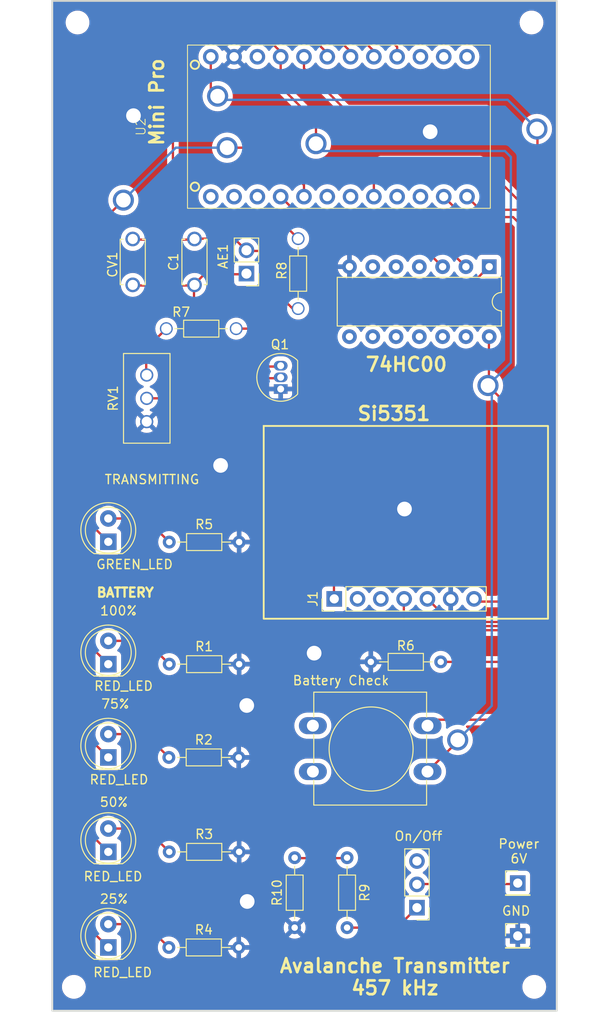
<source format=kicad_pcb>
(kicad_pcb (version 20221018) (generator pcbnew)
  (title_block (title "Avalache Transmitter") (date "2024-05-17") (rev "1.0"))
  (layers (0 "F.Cu" signal) (31 "B.Cu" signal) (34 "B.Paste" user) (35 "F.Paste" user) (36 "B.SilkS" user "B.Silkscreen") (37 "F.SilkS" user "F.Silkscreen") (38 "B.Mask" user) (39 "F.Mask" user) (44 "Edge.Cuts" user))
  (net 0 "")
  (net 1 "Net-(Q1-C)")
  (net 2 "+3V0")
  (net 3 "Net-(D1-K)")
  (net 4 "Net-(D1-A)")
  (net 5 "Net-(50%1-K)")
  (net 6 "Net-(50%1-A)")
  (net 7 "Net-(75%1-K)")
  (net 8 "Net-(75%1-A)")
  (net 9 "Net-(100%1-K)")
  (net 10 "Net-(100%1-A)")
  (net 11 "Net-(AE1-Pad2)")
  (net 12 "Net-(U2-8)")
  (net 13 "Net-(U2-12)")
  (net 14 "+6V")
  (net 15 "Net-(J1-Pin_1)")
  (net 18 "Net-(J1-Pin_4)")
  (net 19 "GND")
  (net 20 "Net-(Q1-B)")
  (net 21 "Net-(J1-Pin_5)")
  (net 22 "Net-(R7-Pad1)")
  (net 23 "Net-(R7-Pad2)")
  (net 35 "Net-(TRANSMITTING1-A)")
  (net 36 "Net-(TRANSMITTING1-K)")
  (net 37 "Net-(U2-A1)")
  (net 39 "/on{slash}off")
  (footprint "MountingHole:MountingHole_2.1mm" (layer "F.Cu") (at 122.38 149.618)
    (fp_text reference "REF**" hide)
    (fp_text value "MountingHole_2.1mm")
    (pad "" np_thru_hole circle (at 0 0) (size 2.1 2.1) (drill 2.1) (layers "F&B.Cu" "*.Mask"))
  )
  (footprint "LED_THT:LED_D5.0mm" (layer "F.Cu") (at 126.134 101.137 90)
    (fp_text reference "TRANSMITTING" (at 6.787 4.766 180) (layer "F.SilkS"))
    (fp_text value "GREEN_LED" hide)
    (fp_line (start -1.29 -1.545) (end -1.29 1.545) (stroke (width 0.12)) (layer "F.SilkS"))
    (fp_arc (start -1.29 -1.54483) (mid 2.072002 -2.880433) (end 4.26 0.000462) (stroke (width 0.12)) (layer "F.SilkS"))
    (fp_arc (start 4.26 -0.000462) (mid 2.072002 2.880433) (end -1.29 1.54483) (stroke (width 0.12)) (layer "F.SilkS"))
    (fp_circle (center 1.27 0) (end 3.77 0) (stroke (width 0.12)) (fill none) (layer "F.SilkS"))
    (pad "1" thru_hole rect (at 0 0 90) (size 1.8 1.8) (drill 0.9) (layers "*.Cu" "*.Mask") (net 36 "Net-(TRANSMITTING1-K)"))
    (pad "2" thru_hole circle (at 2.54 0 90) (size 1.8 1.8) (drill 0.9) (layers "*.Cu" "*.Mask") (net 35 "Net-(TRANSMITTING1-A)"))
  )
  (footprint "ta:pro_mini" (layer "F.Cu") (at 151.28 55.92 90)
    (fp_text reference "U2" (at 0 -21.59 90 unlocked) (layer "F.SilkS") (effects (font (thickness 0.1))))
    (fp_text value "~")
    (fp_rect (start -8.89 -16.51) (end 8.89 16.51) (stroke (width 0.1)) (fill none) (layer "F.SilkS"))
    (pad "1" thru_hole circle (at 7.62 -13.97 90) (size 1.7 1.7) (drill 1) (layers "*.Cu" "*.Mask") (net 39 "/on{slash}off"))
    (pad "2" thru_hole circle (at 7.62 -11.43 90) (size 1.7 1.7) (drill 1) (layers "*.Cu" "*.Mask") (net 19 "GND"))
    (pad "3" thru_hole circle (at 7.62 -8.89 90) (size 1.7 1.7) (drill 1) (layers "*.Cu" "*.Mask"))
    (pad "4" thru_hole circle (at 7.62 -6.35 90) (size 1.7 1.7) (drill 1) (layers "*.Cu" "*.Mask") (net 2 "+3V0"))
    (pad "5" thru_hole circle (at 7.62 -3.81 90) (size 1.7 1.7) (drill 1) (layers "*.Cu" "*.Mask") (net 12 "Net-(U2-8)"))
    (pad "6" thru_hole circle (at 7.62 -1.27 90) (size 1.7 1.7) (drill 1) (layers "*.Cu" "*.Mask") (net 3 "Net-(D1-K)"))
    (pad "7" thru_hole circle (at 7.62 1.27 90) (size 1.7 1.7) (drill 1) (layers "*.Cu" "*.Mask") (net 5 "Net-(50%1-K)"))
    (pad "8" thru_hole circle (at 7.62 3.81 90) (size 1.7 1.7) (drill 1) (layers "*.Cu" "*.Mask") (net 7 "Net-(75%1-K)"))
    (pad "9" thru_hole circle (at 7.62 6.35 90) (size 1.7 1.7) (drill 1) (layers "*.Cu" "*.Mask") (net 9 "Net-(100%1-K)"))
    (pad "10" thru_hole circle (at 7.62 8.89 90) (size 1.7 1.7) (drill 1) (layers "*.Cu" "*.Mask"))
    (pad "11" thru_hole circle (at 7.62 11.43 90) (size 1.7 1.7) (drill 1) (layers "*.Cu" "*.Mask"))
    (pad "12" thru_hole circle (at 7.62 13.97 90) (size 1.7 1.7) (drill 1) (layers "*.Cu" "*.Mask"))
    (pad "13" thru_hole circle (at -7.62 -13.97 90) (size 1.7 1.7) (drill 1) (layers "*.Cu" "*.Mask"))
    (pad "14" thru_hole circle (at -7.62 -11.43 90) (size 1.7 1.7) (drill 1) (layers "*.Cu" "*.Mask"))
    (pad "15" thru_hole circle (at -7.62 -8.89 90) (size 1.7 1.7) (drill 1) (layers "*.Cu" "*.Mask"))
    (pad "16" thru_hole circle (at -7.62 -6.35 90) (size 1.7 1.7) (drill 1) (layers "*.Cu" "*.Mask") (net 13 "Net-(U2-12)"))
    (pad "17" thru_hole circle (at -7.62 -3.81 90) (size 1.7 1.7) (drill 1) (layers "*.Cu" "*.Mask") (net 36 "Net-(TRANSMITTING1-K)"))
    (pad "18" thru_hole circle (at -7.62 -1.27 90) (size 1.7 1.7) (drill 1) (layers "*.Cu" "*.Mask"))
    (pad "19" thru_hole circle (at -7.62 1.27 90) (size 1.7 1.7) (drill 1) (layers "*.Cu" "*.Mask"))
    (pad "20" thru_hole circle (at -7.62 3.81 90) (size 1.7 1.7) (drill 1) (layers "*.Cu" "*.Mask") (net 37 "Net-(U2-A1)"))
    (pad "21" thru_hole circle (at -7.62 6.35 90) (size 1.7 1.7) (drill 1) (layers "*.Cu" "*.Mask"))
    (pad "22" thru_hole circle (at -7.62 8.89 90) (size 1.7 1.7) (drill 1) (layers "*.Cu" "*.Mask"))
    (pad "23" thru_hole circle (at -7.62 11.43 90) (size 1.7 1.7) (drill 1) (layers "*.Cu" "*.Mask") (net 21 "Net-(J1-Pin_5)"))
    (pad "24" thru_hole circle (at -7.62 13.97 90) (size 1.7 1.7) (drill 1) (layers "*.Cu" "*.Mask") (net 18 "Net-(J1-Pin_4)"))
  )
  (footprint "Resistor_THT:R_Axial_DIN0204_L3.6mm_D1.6mm_P7.62mm_Horizontal" (layer "F.Cu") (at 152.169 135.549 -90)
    (fp_text reference "R9" (at 3.81 -1.92 90) (layer "F.SilkS"))
    (fp_text value "R_Small")
    (fp_line (start 0.94 0) (end 1.89 0) (stroke (width 0.12)) (layer "F.SilkS"))
    (fp_line (start 1.89 -0.92) (end 1.89 0.92) (stroke (width 0.12)) (layer "F.SilkS"))
    (fp_line (start 1.89 0.92) (end 5.73 0.92) (stroke (width 0.12)) (layer "F.SilkS"))
    (fp_line (start 5.73 -0.92) (end 1.89 -0.92) (stroke (width 0.12)) (layer "F.SilkS"))
    (fp_line (start 5.73 0.92) (end 5.73 -0.92) (stroke (width 0.12)) (layer "F.SilkS"))
    (fp_line (start 6.68 0) (end 5.73 0) (stroke (width 0.12)) (layer "F.SilkS"))
    (pad "1" thru_hole circle (at 0 0 270) (size 1.4 1.4) (drill 0.7) (layers "*.Cu" "*.Mask") (net 37 "Net-(U2-A1)"))
    (pad "2" thru_hole oval (at 7.62 0 270) (size 1.4 1.4) (drill 0.7) (layers "*.Cu" "*.Mask") (net 39 "/on{slash}off"))
  )
  (footprint "Resistor_THT:R_Axial_DIN0204_L3.6mm_D1.6mm_P7.62mm_Horizontal" (layer "F.Cu") (at 132.738 145.328)
    (fp_text reference "R4" (at 3.81 -1.92) (layer "F.SilkS"))
    (fp_text value "R_Small" hide)
    (fp_line (start 0.94 0) (end 1.89 0) (stroke (width 0.12)) (layer "F.SilkS"))
    (fp_line (start 1.89 -0.92) (end 1.89 0.92) (stroke (width 0.12)) (layer "F.SilkS"))
    (fp_line (start 1.89 0.92) (end 5.73 0.92) (stroke (width 0.12)) (layer "F.SilkS"))
    (fp_line (start 5.73 -0.92) (end 1.89 -0.92) (stroke (width 0.12)) (layer "F.SilkS"))
    (fp_line (start 5.73 0.92) (end 5.73 -0.92) (stroke (width 0.12)) (layer "F.SilkS"))
    (fp_line (start 6.68 0) (end 5.73 0) (stroke (width 0.12)) (layer "F.SilkS"))
    (pad "1" thru_hole circle (at 0 0) (size 1.4 1.4) (drill 0.7) (layers "*.Cu" "*.Mask") (net 10 "Net-(100%1-A)"))
    (pad "2" thru_hole oval (at 7.62 0) (size 1.4 1.4) (drill 0.7) (layers "*.Cu" "*.Mask") (net 19 "GND"))
  )
  (footprint "Resistor_THT:R_Axial_DIN0204_L3.6mm_D1.6mm_P7.62mm_Horizontal" (layer "F.Cu") (at 146.835 75.732 90)
    (fp_text reference "R8" (at 4.132 -1.785 90) (layer "F.SilkS"))
    (fp_text value "R_Small")
    (fp_line (start 0.94 0) (end 1.89 0) (stroke (width 0.12)) (layer "F.SilkS"))
    (fp_line (start 1.89 -0.92) (end 1.89 0.92) (stroke (width 0.12)) (layer "F.SilkS"))
    (fp_line (start 1.89 0.92) (end 5.73 0.92) (stroke (width 0.12)) (layer "F.SilkS"))
    (fp_line (start 5.73 -0.92) (end 1.89 -0.92) (stroke (width 0.12)) (layer "F.SilkS"))
    (fp_line (start 5.73 0.92) (end 5.73 -0.92) (stroke (width 0.12)) (layer "F.SilkS"))
    (fp_line (start 6.68 0) (end 5.73 0) (stroke (width 0.12)) (layer "F.SilkS"))
    (pad "1" thru_hole circle (at 0 0 90) (size 1.4 1.4) (drill 1.1) (layers "*.Cu" "*.Mask") (net 11 "Net-(AE1-Pad2)"))
    (pad "2" thru_hole oval (at 7.62 0 90) (size 1.4 1.4) (drill 1.1) (layers "*.Cu" "*.Mask") (net 2 "+3V0"))
  )
  (footprint "Resistor_THT:R_Axial_DIN0204_L3.6mm_D1.6mm_P7.62mm_Horizontal" (layer "F.Cu") (at 146.454 143.169 90)
    (fp_text reference "R10" (at 3.81 -1.92 90) (layer "F.SilkS"))
    (fp_text value "R_Small")
    (fp_line (start 0.94 0) (end 1.89 0) (stroke (width 0.12)) (layer "F.SilkS"))
    (fp_line (start 1.89 -0.92) (end 1.89 0.92) (stroke (width 0.12)) (layer "F.SilkS"))
    (fp_line (start 1.89 0.92) (end 5.73 0.92) (stroke (width 0.12)) (layer "F.SilkS"))
    (fp_line (start 5.73 -0.92) (end 1.89 -0.92) (stroke (width 0.12)) (layer "F.SilkS"))
    (fp_line (start 5.73 0.92) (end 5.73 -0.92) (stroke (width 0.12)) (layer "F.SilkS"))
    (fp_line (start 6.68 0) (end 5.73 0) (stroke (width 0.12)) (layer "F.SilkS"))
    (pad "1" thru_hole circle (at 0 0 90) (size 1.4 1.4) (drill 0.7) (layers "*.Cu" "*.Mask") (net 19 "GND"))
    (pad "2" thru_hole oval (at 7.62 0 90) (size 1.4 1.4) (drill 0.7) (layers "*.Cu" "*.Mask") (net 37 "Net-(U2-A1)"))
  )
  (footprint "Resistor_THT:R_Axial_DIN0204_L3.6mm_D1.6mm_P7.62mm_Horizontal" (layer "F.Cu") (at 132.46 77.918)
    (fp_text reference "R7" (at 1.62 -1.8) (layer "F.SilkS"))
    (fp_text value "R_Small" hide)
    (fp_line (start 0.94 0) (end 1.89 0) (stroke (width 0.12)) (layer "F.SilkS"))
    (fp_line (start 1.89 -0.92) (end 1.89 0.92) (stroke (width 0.12)) (layer "F.SilkS"))
    (fp_line (start 1.89 0.92) (end 5.73 0.92) (stroke (width 0.12)) (layer "F.SilkS"))
    (fp_line (start 5.73 -0.92) (end 1.89 -0.92) (stroke (width 0.12)) (layer "F.SilkS"))
    (fp_line (start 5.73 0.92) (end 5.73 -0.92) (stroke (width 0.12)) (layer "F.SilkS"))
    (fp_line (start 6.68 0) (end 5.73 0) (stroke (width 0.12)) (layer "F.SilkS"))
    (pad "1" thru_hole circle (at 0 0) (size 1.4 1.4) (drill 1.1) (layers "*.Cu" "*.Mask") (net 22 "Net-(R7-Pad1)"))
    (pad "2" thru_hole oval (at 7.62 0) (size 1.4 1.4) (drill 1.1) (layers "*.Cu" "*.Mask") (net 23 "Net-(R7-Pad2)"))
  )
  (footprint "Package_DIP:DIP-14_W7.62mm" (layer "F.Cu") (at 167.668 71.17 -90)
    (fp_text reference "U1" hide)
    (fp_text value "74HC00")
    (fp_line (start 1.16 -1.33) (end 1.16 16.57) (stroke (width 0.12)) (layer "F.SilkS"))
    (fp_line (start 1.16 16.57) (end 6.46 16.57) (stroke (width 0.12)) (layer "F.SilkS"))
    (fp_line (start 2.81 -1.33) (end 1.16 -1.33) (stroke (width 0.12)) (layer "F.SilkS"))
    (fp_line (start 6.46 -1.33) (end 4.81 -1.33) (stroke (width 0.12)) (layer "F.SilkS"))
    (fp_line (start 6.46 16.57) (end 6.46 -1.33) (stroke (width 0.12)) (layer "F.SilkS"))
    (fp_arc (start 4.81 -1.33) (mid 3.81 -0.33) (end 2.81 -1.33) (stroke (width 0.12)) (layer "F.SilkS"))
    (pad "1" thru_hole rect (at 0 0 270) (size 1.6 1.6) (drill 0.8) (layers "*.Cu" "*.Mask") (net 15 "Net-(J1-Pin_1)"))
    (pad "2" thru_hole oval (at 0 2.54 270) (size 1.6 1.6) (drill 0.8) (layers "*.Cu" "*.Mask") (net 13 "Net-(U2-12)"))
    (pad "3" thru_hole oval (at 0 5.08 270) (size 1.6 1.6) (drill 0.8) (layers "*.Cu" "*.Mask") (net 23 "Net-(R7-Pad2)"))
    (pad "4" thru_hole oval (at 0 7.62 270) (size 1.6 1.6) (drill 0.8) (layers "*.Cu" "*.Mask"))
    (pad "5" thru_hole oval (at 0 10.16 270) (size 1.6 1.6) (drill 0.8) (layers "*.Cu" "*.Mask"))
    (pad "6" thru_hole oval (at 0 12.7 270) (size 1.6 1.6) (drill 0.8) (layers "*.Cu" "*.Mask"))
    (pad "7" thru_hole oval (at 0 15.24 270) (size 1.6 1.6) (drill 0.8) (layers "*.Cu" "*.Mask") (net 19 "GND"))
    (pad "8" thru_hole oval (at 7.62 15.24 270) (size 1.6 1.6) (drill 0.8) (layers "*.Cu" "*.Mask"))
    (pad "9" thru_hole oval (at 7.62 12.7 270) (size 1.6 1.6) (drill 0.8) (layers "*.Cu" "*.Mask"))
    (pad "10" thru_hole oval (at 7.62 10.16 270) (size 1.6 1.6) (drill 0.8) (layers "*.Cu" "*.Mask"))
    (pad "11" thru_hole oval (at 7.62 7.62 270) (size 1.6 1.6) (drill 0.8) (layers "*.Cu" "*.Mask"))
    (pad "12" thru_hole oval (at 7.62 5.08 270) (size 1.6 1.6) (drill 0.8) (layers "*.Cu" "*.Mask"))
    (pad "13" thru_hole oval (at 7.62 2.54 270) (size 1.6 1.6) (drill 0.8) (layers "*.Cu" "*.Mask"))
    (pad "14" thru_hole oval (at 7.62 0 270) (size 1.6 1.6) (drill 0.8) (layers "*.Cu" "*.Mask") (net 2 "+3V0"))
  )
  (footprint "Capacitor_THT:C_Disc_D4.7mm_W2.5mm_P5.00mm" (layer "F.Cu") (at 135.532 68.152 -90)
    (fp_text reference "C1" (at 2.5 2.282 90) (layer "F.SilkS"))
    (fp_text value "C" hide)
    (fp_line (start 0.03 -1.37) (end 0.03 -1.055) (stroke (width 0.12)) (layer "F.SilkS"))
    (fp_line (start 0.03 -1.37) (end 4.97 -1.37) (stroke (width 0.12)) (layer "F.SilkS"))
    (fp_line (start 0.03 1.055) (end 0.03 1.37) (stroke (width 0.12)) (layer "F.SilkS"))
    (fp_line (start 0.03 1.37) (end 4.97 1.37) (stroke (width 0.12)) (layer "F.SilkS"))
    (fp_line (start 4.97 -1.37) (end 4.97 -1.055) (stroke (width 0.12)) (layer "F.SilkS"))
    (fp_line (start 4.97 1.055) (end 4.97 1.37) (stroke (width 0.12)) (layer "F.SilkS"))
    (pad "1" thru_hole circle (at 0 0 270) (size 1.6 1.6) (drill 1.1) (layers "*.Cu" "*.Mask") (net 11 "Net-(AE1-Pad2)"))
    (pad "2" thru_hole circle (at 5 0 270) (size 1.6 1.6) (drill 1.1) (layers "*.Cu" "*.Mask") (net 1 "Net-(Q1-C)"))
  )
  (footprint "LED_THT:LED_D5.0mm" (layer "F.Cu") (at 126.134 114.467 90)
    (fp_text reference "100%" (at 5.817 1.116 180) (layer "F.SilkS"))
    (fp_text value "RED_LED_25" hide)
    (fp_line (start -1.29 -1.545) (end -1.29 1.545) (stroke (width 0.12)) (layer "F.SilkS"))
    (fp_arc (start -1.29 -1.54483) (mid 2.072002 -2.880433) (end 4.26 0.000462) (stroke (width 0.12)) (layer "F.SilkS"))
    (fp_arc (start 4.26 -0.000462) (mid 2.072002 2.880433) (end -1.29 1.54483) (stroke (width 0.12)) (layer "F.SilkS"))
    (fp_circle (center 1.27 0) (end 3.77 0) (stroke (width 0.12)) (fill none) (layer "F.SilkS"))
    (pad "1" thru_hole rect (at 0 0 90) (size 1.8 1.8) (drill 0.9) (layers "*.Cu" "*.Mask") (net 3 "Net-(D1-K)"))
    (pad "2" thru_hole circle (at 2.54 0 90) (size 1.8 1.8) (drill 0.9) (layers "*.Cu" "*.Mask") (net 4 "Net-(D1-A)"))
  )
  (footprint "Connector_PinHeader_2.54mm:PinHeader_1x07_P2.54mm_Vertical" (layer "F.Cu") (at 150.772 107.355 90)
    (fp_text reference "J1" (at 0 -2.33 90) (layer "F.SilkS"))
    (fp_text value "Conn_01x07_Pin")
    (fp_line (start -1.33 -1.33) (end 0 -1.33) (stroke (width 0.12)) (layer "F.SilkS"))
    (fp_line (start -1.33 0) (end -1.33 -1.33) (stroke (width 0.12)) (layer "F.SilkS"))
    (fp_line (start -1.33 1.27) (end -1.33 16.57) (stroke (width 0.12)) (layer "F.SilkS"))
    (fp_line (start -1.33 1.27) (end 1.33 1.27) (stroke (width 0.12)) (layer "F.SilkS"))
    (fp_line (start -1.33 16.57) (end 1.33 16.57) (stroke (width 0.12)) (layer "F.SilkS"))
    (fp_line (start 1.33 1.27) (end 1.33 16.57) (stroke (width 0.12)) (layer "F.SilkS"))
    (pad "1" thru_hole rect (at 0 0 90) (size 1.7 1.7) (drill 1) (layers "*.Cu" "*.Mask") (net 15 "Net-(J1-Pin_1)"))
    (pad "2" thru_hole oval (at 0 2.54 90) (size 1.7 1.7) (drill 1) (layers "*.Cu" "*.Mask"))
    (pad "3" thru_hole oval (at 0 5.08 90) (size 1.7 1.7) (drill 1) (layers "*.Cu" "*.Mask"))
    (pad "4" thru_hole oval (at 0 7.62 90) (size 1.7 1.7) (drill 1) (layers "*.Cu" "*.Mask") (net 18 "Net-(J1-Pin_4)"))
    (pad "5" thru_hole oval (at 0 10.16 90) (size 1.7 1.7) (drill 1) (layers "*.Cu" "*.Mask") (net 21 "Net-(J1-Pin_5)"))
    (pad "6" thru_hole oval (at 0 12.7 90) (size 1.7 1.7) (drill 1) (layers "*.Cu" "*.Mask") (net 19 "GND"))
    (pad "7" thru_hole oval (at 0 15.24 90) (size 1.7 1.7) (drill 1) (layers "*.Cu" "*.Mask") (net 2 "+3V0"))
  )
  (footprint "Resistor_THT:R_Axial_DIN0204_L3.6mm_D1.6mm_P7.62mm_Horizontal" (layer "F.Cu") (at 132.78 114.467)
    (fp_text reference "R1" (at 3.81 -1.92) (layer "F.SilkS"))
    (fp_text value "R_Small" hide)
    (fp_line (start 0.94 0) (end 1.89 0) (stroke (width 0.12)) (layer "F.SilkS"))
    (fp_line (start 1.89 -0.92) (end 1.89 0.92) (stroke (width 0.12)) (layer "F.SilkS"))
    (fp_line (start 1.89 0.92) (end 5.73 0.92) (stroke (width 0.12)) (layer "F.SilkS"))
    (fp_line (start 5.73 -0.92) (end 1.89 -0.92) (stroke (width 0.12)) (layer "F.SilkS"))
    (fp_line (start 5.73 0.92) (end 5.73 -0.92) (stroke (width 0.12)) (layer "F.SilkS"))
    (fp_line (start 6.68 0) (end 5.73 0) (stroke (width 0.12)) (layer "F.SilkS"))
    (pad "1" thru_hole circle (at 0 0) (size 1.4 1.4) (drill 0.7) (layers "*.Cu" "*.Mask") (net 4 "Net-(D1-A)"))
    (pad "2" thru_hole oval (at 7.62 0) (size 1.4 1.4) (drill 0.7) (layers "*.Cu" "*.Mask") (net 19 "GND"))
  )
  (footprint "Capacitor_THT:C_Disc_D4.7mm_W2.5mm_P5.00mm" (layer "F.Cu") (at 128.801 68.152 -90)
    (fp_text reference "CV1" (at 2.798 2.201 90) (layer "F.SilkS"))
    (fp_text value "C_Variable")
    (fp_line (start 0.03 -1.37) (end 0.03 -1.055) (stroke (width 0.12)) (layer "F.SilkS"))
    (fp_line (start 0.03 -1.37) (end 4.97 -1.37) (stroke (width 0.12)) (layer "F.SilkS"))
    (fp_line (start 0.03 1.055) (end 0.03 1.37) (stroke (width 0.12)) (layer "F.SilkS"))
    (fp_line (start 0.03 1.37) (end 4.97 1.37) (stroke (width 0.12)) (layer "F.SilkS"))
    (fp_line (start 4.97 -1.37) (end 4.97 -1.055) (stroke (width 0.12)) (layer "F.SilkS"))
    (fp_line (start 4.97 1.055) (end 4.97 1.37) (stroke (width 0.12)) (layer "F.SilkS"))
    (pad "1" thru_hole circle (at 0 0 270) (size 1.6 1.6) (drill 1.1) (layers "*.Cu" "*.Mask") (net 11 "Net-(AE1-Pad2)"))
    (pad "2" thru_hole circle (at 5 0 270) (size 1.6 1.6) (drill 1.1) (layers "*.Cu" "*.Mask") (net 1 "Net-(Q1-C)"))
  )
  (footprint "Connector_PinHeader_2.54mm:PinHeader_1x03_P2.54mm_Vertical" (layer "F.Cu") (at 159.789 140.995 180)
    (fp_text reference "On/Off" (at -0.161 7.795) (layer "F.SilkS"))
    (fp_text value "SW_SPDT")
    (fp_line (start -1.33 -1.33) (end 0 -1.33) (stroke (width 0.12)) (layer "F.SilkS"))
    (fp_line (start -1.33 0) (end -1.33 -1.33) (stroke (width 0.12)) (layer "F.SilkS"))
    (fp_line (start -1.33 1.27) (end -1.33 6.41) (stroke (width 0.12)) (layer "F.SilkS"))
    (fp_line (start -1.33 1.27) (end 1.33 1.27) (stroke (width 0.12)) (layer "F.SilkS"))
    (fp_line (start -1.33 6.41) (end 1.33 6.41) (stroke (width 0.12)) (layer "F.SilkS"))
    (fp_line (start 1.33 1.27) (end 1.33 6.41) (stroke (width 0.12)) (layer "F.SilkS"))
    (pad "1" thru_hole rect (at 0 0 180) (size 1.7 1.7) (drill 1) (layers "*.Cu" "*.Mask") (net 39 "/on{slash}off"))
    (pad "2" thru_hole oval (at 0 2.54 180) (size 1.7 1.7) (drill 1) (layers "*.Cu" "*.Mask") (net 14 "+6V"))
    (pad "3" thru_hole oval (at 0 5.08 180) (size 1.7 1.7) (drill 1) (layers "*.Cu" "*.Mask"))
  )
  (footprint "Potentiometer_THT:Potentiometer_Bourns_3296W_Vertical" (layer "F.Cu") (at 130.325 82.971 90)
    (fp_text reference "RV1" (at -2.54 -3.66 90) (layer "F.SilkS"))
    (fp_text value "R_Potentiometer")
    (fp_line (start -7.425 -2.53) (end -7.425 2.54) (stroke (width 0.12)) (layer "F.SilkS"))
    (fp_line (start -7.425 -2.53) (end 2.345 -2.53) (stroke (width 0.12)) (layer "F.SilkS"))
    (fp_line (start -7.425 2.54) (end 2.345 2.54) (stroke (width 0.12)) (layer "F.SilkS"))
    (fp_line (start 2.345 -2.53) (end 2.345 2.54) (stroke (width 0.12)) (layer "F.SilkS"))
    (pad "1" thru_hole circle (at 0 0 90) (size 1.44 1.44) (drill 1.1) (layers "*.Cu" "*.Mask") (net 22 "Net-(R7-Pad1)"))
    (pad "2" thru_hole circle (at -2.54 0 90) (size 1.44 1.44) (drill 1.1) (layers "*.Cu" "*.Mask") (net 20 "Net-(Q1-B)"))
    (pad "3" thru_hole circle (at -5.08 0 90) (size 1.44 1.44) (drill 1.1) (layers "*.Cu" "*.Mask") (net 19 "GND"))
  )
  (footprint "Resistor_THT:R_Axial_DIN0204_L3.6mm_D1.6mm_P7.62mm_Horizontal" (layer "F.Cu") (at 132.78 101.168)
    (fp_text reference "R5" (at 3.81 -1.92) (layer "F.SilkS"))
    (fp_text value "R_Small" hide)
    (fp_line (start 0.94 0) (end 1.89 0) (stroke (width 0.12)) (layer "F.SilkS"))
    (fp_line (start 1.89 -0.92) (end 1.89 0.92) (stroke (width 0.12)) (layer "F.SilkS"))
    (fp_line (start 1.89 0.92) (end 5.73 0.92) (stroke (width 0.12)) (layer "F.SilkS"))
    (fp_line (start 5.73 -0.92) (end 1.89 -0.92) (stroke (width 0.12)) (layer "F.SilkS"))
    (fp_line (start 5.73 0.92) (end 5.73 -0.92) (stroke (width 0.12)) (layer "F.SilkS"))
    (fp_line (start 6.68 0) (end 5.73 0) (stroke (width 0.12)) (layer "F.SilkS"))
    (pad "1" thru_hole circle (at 0 0) (size 1.4 1.4) (drill 0.7) (layers "*.Cu" "*.Mask") (net 35 "Net-(TRANSMITTING1-A)"))
    (pad "2" thru_hole oval (at 7.62 0) (size 1.4 1.4) (drill 0.7) (layers "*.Cu" "*.Mask") (net 19 "GND"))
  )
  (footprint "MountingHole:MountingHole_2.1mm" (layer "F.Cu") (at 172.28 44.568)
    (fp_text reference "REF**" hide)
    (fp_text value "MountingHole_2.1mm")
    (pad "" np_thru_hole circle (at 0 0) (size 2.1 2.1) (drill 2.1) (layers "*.Cu" "*.Mask"))
  )
  (footprint "LED_THT:LED_D5.0mm" (layer "F.Cu") (at 126.134 124.627 90)
    (fp_text reference "75%" (at 5.827 0.766 180) (layer "F.SilkS"))
    (fp_text value "RED_LED" (at -2.423 1.166 180) (layer "F.SilkS"))
    (fp_line (start -1.29 -1.545) (end -1.29 1.545) (stroke (width 0.12)) (layer "F.SilkS"))
    (fp_arc (start -1.29 -1.54483) (mid 2.072002 -2.880433) (end 4.26 0.000462) (stroke (width 0.12)) (layer "F.SilkS"))
    (fp_arc (start 4.26 -0.000462) (mid 2.072002 2.880433) (end -1.29 1.54483) (stroke (width 0.12)) (layer "F.SilkS"))
    (fp_circle (center 1.27 0) (end 3.77 0) (stroke (width 0.12)) (fill none) (layer "F.SilkS"))
    (pad "1" thru_hole rect (at 0 0 90) (size 1.8 1.8) (drill 0.9) (layers "*.Cu" "*.Mask") (net 5 "Net-(50%1-K)"))
    (pad "2" thru_hole circle (at 2.54 0 90) (size 1.8 1.8) (drill 0.9) (layers "*.Cu" "*.Mask") (net 6 "Net-(50%1-A)"))
  )
  (footprint "Resistor_THT:R_Axial_DIN0204_L3.6mm_D1.6mm_P7.62mm_Horizontal" (layer "F.Cu") (at 132.738 124.627)
    (fp_text reference "R2" (at 3.81 -1.92) (layer "F.SilkS"))
    (fp_text value "R_Small" hide)
    (fp_line (start 0.94 0) (end 1.89 0) (stroke (width 0.12)) (layer "F.SilkS"))
    (fp_line (start 1.89 -0.92) (end 1.89 0.92) (stroke (width 0.12)) (layer "F.SilkS"))
    (fp_line (start 1.89 0.92) (end 5.73 0.92) (stroke (width 0.12)) (layer "F.SilkS"))
    (fp_line (start 5.73 -0.92) (end 1.89 -0.92) (stroke (width 0.12)) (layer "F.SilkS"))
    (fp_line (start 5.73 0.92) (end 5.73 -0.92) (stroke (width 0.12)) (layer "F.SilkS"))
    (fp_line (start 6.68 0) (end 5.73 0) (stroke (width 0.12)) (layer "F.SilkS"))
    (pad "1" thru_hole circle (at 0 0) (size 1.4 1.4) (drill 0.7) (layers "*.Cu" "*.Mask") (net 6 "Net-(50%1-A)"))
    (pad "2" thru_hole oval (at 7.62 0) (size 1.4 1.4) (drill 0.7) (layers "*.Cu" "*.Mask") (net 19 "GND"))
  )
  (footprint "Package_TO_SOT_THT:TO-92_Inline" (layer "F.Cu") (at 144.93 84.495 90)
    (fp_text reference "Q1" (at 4.845 -0.08 180) (layer "F.SilkS"))
    (fp_text value "2N3904")
    (fp_line (start -0.53 1.85) (end 3.07 1.85) (stroke (width 0.12)) (layer "F.SilkS"))
    (fp_arc (start -0.568478 1.838478) (mid -1.132087 -0.994977) (end 1.27 -2.6) (stroke (width 0.12)) (layer "F.SilkS"))
    (fp_arc (start 1.27 -2.6) (mid 3.672087 -0.994977) (end 3.108478 1.838478) (stroke (width 0.12)) (layer "F.SilkS"))
    (pad "1" thru_hole rect (at 0 0 90) (size 1.05 1.5) (drill 0.75) (layers "*.Cu" "*.Mask") (net 19 "GND"))
    (pad "2" thru_hole oval (at 1.27 0 90) (size 1.05 1.5) (drill 0.75) (layers "*.Cu" "*.Mask") (net 20 "Net-(Q1-B)"))
    (pad "3" thru_hole oval (at 2.54 0 90) (size 1.05 1.5) (drill 0.75) (layers "*.Cu" "*.Mask") (net 1 "Net-(Q1-C)"))
  )
  (footprint "Connector_PinHeader_2.54mm:PinHeader_1x01_P2.54mm_Vertical" (layer "F.Cu") (at 170.78 144.068)
    (fp_text reference "GND" (at -0.18 -2.718) (layer "F.SilkS"))
    (fp_text value "PinHeader_1x01_P2.54mm_Vertical" hide)
    (fp_line (start -1.33 -1.33) (end 0 -1.33) (stroke (width 0.12)) (layer "F.SilkS"))
    (fp_line (start -1.33 0) (end -1.33 -1.33) (stroke (width 0.12)) (layer "F.SilkS"))
    (fp_line (start -1.33 1.27) (end -1.33 1.33) (stroke (width 0.12)) (layer "F.SilkS"))
    (fp_line (start -1.33 1.27) (end 1.33 1.27) (stroke (width 0.12)) (layer "F.SilkS"))
    (fp_line (start -1.33 1.33) (end 1.33 1.33) (stroke (width 0.12)) (layer "F.SilkS"))
    (fp_line (start 1.33 1.27) (end 1.33 1.33) (stroke (width 0.12)) (layer "F.SilkS"))
    (pad "1" thru_hole rect (at 0 0) (size 1.7 1.7) (drill 1) (layers "*.Cu" "*.Mask") (net 19 "GND"))
  )
  (footprint "LED_THT:LED_D5.0mm" (layer "F.Cu") (at 126.134 134.914 90)
    (fp_text reference "50%" (at 5.414 0.616 180) (layer "F.SilkS"))
    (fp_text value "RED_LED_75" hide)
    (fp_line (start -1.29 -1.545) (end -1.29 1.545) (stroke (width 0.12)) (layer "F.SilkS"))
    (fp_arc (start -1.29 -1.54483) (mid 2.072002 -2.880433) (end 4.26 0.000462) (stroke (width 0.12)) (layer "F.SilkS"))
    (fp_arc (start 4.26 -0.000462) (mid 2.072002 2.880433) (end -1.29 1.54483) (stroke (width 0.12)) (layer "F.SilkS"))
    (fp_circle (center 1.27 0) (end 3.77 0) (stroke (width 0.12)) (fill none) (layer "F.SilkS"))
    (pad "1" thru_hole rect (at 0 0 90) (size 1.8 1.8) (drill 0.9) (layers "*.Cu" "*.Mask") (net 7 "Net-(75%1-K)"))
    (pad "2" thru_hole circle (at 2.54 0 90) (size 1.8 1.8) (drill 0.9) (layers "*.Cu" "*.Mask") (net 8 "Net-(75%1-A)"))
  )
  (footprint "Resistor_THT:R_Axial_DIN0204_L3.6mm_D1.6mm_P7.62mm_Horizontal" (layer "F.Cu") (at 162.38 114.218 180)
    (fp_text reference "R6" (at 3.81 1.75) (layer "F.SilkS"))
    (fp_text value "R_Small" hide)
    (fp_line (start 0.94 0) (end 1.89 0) (stroke (width 0.12)) (layer "F.SilkS"))
    (fp_line (start 1.89 -0.92) (end 1.89 0.92) (stroke (width 0.12)) (layer "F.SilkS"))
    (fp_line (start 1.89 0.92) (end 5.73 0.92) (stroke (width 0.12)) (layer "F.SilkS"))
    (fp_line (start 5.73 -0.92) (end 1.89 -0.92) (stroke (width 0.12)) (layer "F.SilkS"))
    (fp_line (start 5.73 0.92) (end 5.73 -0.92) (stroke (width 0.12)) (layer "F.SilkS"))
    (fp_line (start 6.68 0) (end 5.73 0) (stroke (width 0.12)) (layer "F.SilkS"))
    (pad "1" thru_hole circle (at 0 0 180) (size 1.4 1.4) (drill 0.7) (layers "*.Cu" "*.Mask") (net 12 "Net-(U2-8)"))
    (pad "2" thru_hole oval (at 7.62 0 180) (size 1.4 1.4) (drill 0.7) (layers "*.Cu" "*.Mask") (net 19 "GND"))
  )
  (footprint "MountingHole:MountingHole_2.1mm" (layer "F.Cu") (at 122.78 44.568)
    (fp_text reference "REF**" hide)
    (fp_text value "MountingHole_2.1mm")
    (pad "" np_thru_hole circle (at 0 0) (size 2.1 2.1) (drill 2.1) (layers "F&B.Cu" "*.Mask"))
  )
  (footprint "Connector_PinHeader_2.54mm:PinHeader_1x02_P2.54mm_Vertical" (layer "F.Cu") (at 141.2 71.922 180)
    (fp_text reference "AE1" (at 2.555 1.872 90) (layer "F.SilkS"))
    (fp_text value "ANT_IN")
    (fp_line (start -1.33 -1.33) (end 0 -1.33) (stroke (width 0.12)) (layer "F.SilkS"))
    (fp_line (start -1.33 0) (end -1.33 -1.33) (stroke (width 0.12)) (layer "F.SilkS"))
    (fp_line (start -1.33 1.27) (end -1.33 3.87) (stroke (width 0.12)) (layer "F.SilkS"))
    (fp_line (start -1.33 1.27) (end 1.33 1.27) (stroke (width 0.12)) (layer "F.SilkS"))
    (fp_line (start -1.33 3.87) (end 1.33 3.87) (stroke (width 0.12)) (layer "F.SilkS"))
    (fp_line (start 1.33 1.27) (end 1.33 3.87) (stroke (width 0.12)) (layer "F.SilkS"))
    (pad "1" thru_hole rect (at 0 0 180) (size 1.7 1.7) (drill 1.1) (layers "*.Cu" "*.Mask") (net 1 "Net-(Q1-C)"))
    (pad "2" thru_hole oval (at 0 2.54 180) (size 1.7 1.7) (drill 1.1) (layers "*.Cu" "*.Mask") (net 11 "Net-(AE1-Pad2)"))
  )
  (footprint "LED_THT:LED_D5.0mm" (layer "F.Cu") (at 126.134 145.328 90)
    (fp_text reference "25%" (at 5.278 0.616 180) (layer "F.SilkS"))
    (fp_text value "RED_LED_100" hide)
    (fp_line (start -1.29 -1.545) (end -1.29 1.545) (stroke (width 0.12)) (layer "F.SilkS"))
    (fp_arc (start -1.29 -1.54483) (mid 2.072002 -2.880433) (end 4.26 0.000462) (stroke (width 0.12)) (layer "F.SilkS"))
    (fp_arc (start 4.26 -0.000462) (mid 2.072002 2.880433) (end -1.29 1.54483) (stroke (width 0.12)) (layer "F.SilkS"))
    (fp_circle (center 1.27 0) (end 3.77 0) (stroke (width 0.12)) (fill none) (layer "F.SilkS"))
    (pad "1" thru_hole rect (at 0 0 90) (size 1.8 1.8) (drill 0.9) (layers "*.Cu" "*.Mask") (net 9 "Net-(100%1-K)"))
    (pad "2" thru_hole circle (at 2.54 0 90) (size 1.8 1.8) (drill 0.9) (layers "*.Cu" "*.Mask") (net 10 "Net-(100%1-A)"))
  )
  (footprint "MountingHole:MountingHole_2.1mm" (layer "F.Cu") (at 172.58 149.618)
    (fp_text reference "REF**" hide)
    (fp_text value "MountingHole_2.1mm")
    (pad "" np_thru_hole circle (at 0 0) (size 2.1 2.1) (drill 2.1) (layers "F&B.Cu" "*.Mask"))
  )
  (footprint "Button_Switch_THT:SW_PUSH-12mm" (layer "F.Cu") (at 148.44 121.168)
    (fp_text reference "REF**" hide)
    (fp_text value "SW_PUSH-12mm" hide)
    (fp_line (start 0.1 -3.65) (end 12.4 -3.65) (stroke (width 0.12)) (layer "F.SilkS"))
    (fp_line (start 0.1 -0.93) (end 0.1 -3.65) (stroke (width 0.12)) (layer "F.SilkS"))
    (fp_line (start 0.1 4.07) (end 0.1 0.93) (stroke (width 0.12)) (layer "F.SilkS"))
    (fp_line (start 0.1 8.65) (end 0.1 5.93) (stroke (width 0.12)) (layer "F.SilkS"))
    (fp_line (start 12.4 -3.65) (end 12.4 -0.93) (stroke (width 0.12)) (layer "F.SilkS"))
    (fp_line (start 12.4 0.93) (end 12.4 4.07) (stroke (width 0.12)) (layer "F.SilkS"))
    (fp_line (start 12.4 5.93) (end 12.4 8.65) (stroke (width 0.12)) (layer "F.SilkS"))
    (fp_line (start 12.4 8.65) (end 0.1 8.65) (stroke (width 0.12)) (layer "F.SilkS"))
    (fp_circle (center 6.35 2.54) (end 10.16 5.08) (stroke (width 0.12)) (fill none) (layer "F.SilkS"))
    (pad "1" thru_hole oval (at 0 0) (size 3.048 1.85) (drill 1.3) (layers "*.Cu" "*.Mask"))
    (pad "1" thru_hole oval (at 12.5 0) (size 3.048 1.85) (drill 1.3) (layers "*.Cu" "*.Mask") (net 12 "Net-(U2-8)"))
    (pad "2" thru_hole oval (at 0 5) (size 3.048 1.85) (drill 1.3) (layers "*.Cu" "*.Mask"))
    (pad "2" thru_hole oval (at 12.5 5) (size 3.048 1.85) (drill 1.3) (layers "*.Cu" "*.Mask") (net 2 "+3V0"))
  )
  (footprint "Resistor_THT:R_Axial_DIN0204_L3.6mm_D1.6mm_P7.62mm_Horizontal" (layer "F.Cu") (at 132.78 134.914)
    (fp_text reference "R3" (at 3.81 -1.92) (layer "F.SilkS"))
    (fp_text value "R_Small" hide)
    (fp_line (start 0.94 0) (end 1.89 0) (stroke (width 0.12)) (layer "F.SilkS"))
    (fp_line (start 1.89 -0.92) (end 1.89 0.92) (stroke (width 0.12)) (layer "F.SilkS"))
    (fp_line (start 1.89 0.92) (end 5.73 0.92) (stroke (width 0.12)) (layer "F.SilkS"))
    (fp_line (start 5.73 -0.92) (end 1.89 -0.92) (stroke (width 0.12)) (layer "F.SilkS"))
    (fp_line (start 5.73 0.92) (end 5.73 -0.92) (stroke (width 0.12)) (layer "F.SilkS"))
    (fp_line (start 6.68 0) (end 5.73 0) (stroke (width 0.12)) (layer "F.SilkS"))
    (pad "1" thru_hole circle (at 0 0) (size 1.4 1.4) (drill 0.7) (layers "*.Cu" "*.Mask") (net 8 "Net-(75%1-A)"))
    (pad "2" thru_hole oval (at 7.62 0) (size 1.4 1.4) (drill 0.7) (layers "*.Cu" "*.Mask") (net 19 "GND"))
  )
  (footprint "Connector_PinHeader_2.54mm:PinHeader_1x01_P2.54mm_Vertical" (layer "F.Cu") (at 170.78 138.318)
    (fp_text reference "Battery In (6V)" hide)
    (fp_text value "PinHeader_1x01_P2.54mm_Vertical" hide)
    (fp_line (start -1.33 -1.33) (end 0 -1.33) (stroke (width 0.12)) (layer "F.SilkS"))
    (fp_line (start -1.33 0) (end -1.33 -1.33) (stroke (width 0.12)) (layer "F.SilkS"))
    (fp_line (start -1.33 1.27) (end -1.33 1.33) (stroke (width 0.12)) (layer "F.SilkS"))
    (fp_line (start -1.33 1.27) (end 1.33 1.27) (stroke (width 0.12)) (layer "F.SilkS"))
    (fp_line (start -1.33 1.33) (end 1.33 1.33) (stroke (width 0.12)) (layer "F.SilkS"))
    (fp_line (start 1.33 1.27) (end 1.33 1.33) (stroke (width 0.12)) (layer "F.SilkS"))
    (pad "1" thru_hole rect (at 0 0) (size 1.7 1.7) (drill 1) (layers "*.Cu" "*.Mask") (net 14 "+6V"))
  )
  (gr_rect (start 143.08 88.518) (end 174.08 109.518) (stroke (width 0.2)) (fill none) (layer "F.SilkS"))
  (gr_circle (center 135.58 49.168) (end 136.040977 49.168) (stroke (width 0.2)) (fill none) (layer "F.SilkS"))
  (gr_circle (center 135.58 62.457023) (end 136.040977 62.457023) (stroke (width 0.2)) (fill none) (layer "F.SilkS"))
  (gr_rect (start 120.03 42.218) (end 175.03 152.218) (stroke (width 0.2)) (fill none) (layer "Edge.Cuts"))
  (gr_text "Mini Pro" (at 132.3 58.15 90) (layer "F.SilkS") (effects (font (size 1.5 1.5) (thickness 0.3) bold) (justify left bottom)))
  (gr_text "Avalanche Transmitter\n457 kHz" (at 157.38 150.618) (layer "F.SilkS") (effects (font (size 1.5 1.5) (thickness 0.3) bold) (justify bottom)))
  (gr_text "RED_LED" (at 126.65 137.6) (layer "F.SilkS") (effects (font (size 1 1))))
  (gr_text "BATTERY" (at 127.98 106.668) (layer "F.SilkS") (effects (font (size 1 1) (thickness 0.25) bold)))
  (gr_text "74HC00" (at 154.05 82.7) (layer "F.SilkS") (effects (font (size 1.5 1.5) (thickness 0.3) bold) (justify left bottom)))
  (gr_text "GREEN_LED" (at 129 103.6) (layer "F.SilkS") (effects (font (size 1 1))))
  (gr_text "Power\n6V" (at 170.9 134.85) (layer "F.SilkS") (effects (font (size 1 1))))
  (gr_text "Si5351" (at 153.15 88.05) (layer "F.SilkS") (effects (font (size 1.5 1.5) (thickness 0.3) bold) (justify left bottom)))
  (gr_text "RED_LED" (at 127.7 148.05) (layer "F.SilkS") (effects (font (size 1 1))))
  (gr_text "Battery Check" (at 151.5 116.25) (layer "F.SilkS") (effects (font (size 1 1))))
  (gr_text "RED_LED" (at 127.8 116.85) (layer "F.SilkS") (effects (font (size 1 1))))
  (segment (start 135.38 73.218) (end 135.48 73.118) (width 0.25) (layer "F.Cu") (net 1))
  (segment (start 135.48 73.118) (end 136.605 71.993) (width 0.25) (layer "F.Cu") (net 1))
  (segment (start 136.33 80.34) (end 138.038 82.048) (width 0.25) (layer "F.Cu") (net 1))
  (segment (start 138.038 82.048) (end 144.98 82.048) (width 0.25) (layer "F.Cu") (net 1))
  (segment (start 135.48 73.118) (end 135.48 74.918) (width 0.25) (layer "F.Cu") (net 1))
  (segment (start 129.18 73.218) (end 135.38 73.218) (width 0.25) (layer "F.Cu") (net 1))
  (segment (start 136.605 71.993) (end 141.225 71.993) (width 0.25) (layer "F.Cu") (net 1))
  (segment (start 136.33 75.768) (end 136.33 80.34) (width 0.25) (layer "F.Cu") (net 1))
  (segment (start 135.48 74.918) (end 136.33 75.768) (width 0.25) (layer "F.Cu") (net 1))
  (segment (start 167.536 84.114) (end 169.2 85.778) (width 0.25) (layer "F.Cu") (net 2))
  (segment (start 169 107.65) (end 166.312 107.65) (width 0.25) (layer "F.Cu") (net 2))
  (segment (start 144.93 47.768) (end 144.93 51.568) (width 0.25) (layer "F.Cu") (net 2))
  (segment (start 160.94 126.168) (end 164.234 122.874) (width 0.25) (layer "F.Cu") (net 2))
  (segment (start 169.2 107.45) (end 169 107.65) (width 0.25) (layer "F.Cu") (net 2))
  (segment (start 144.294 65.572) (end 134.084 65.572) (width 0.25) (layer "F.Cu") (net 2))
  (segment (start 164.234 122.874) (end 164.234 122.722) (width 0.25) (layer "F.Cu") (net 2))
  (segment (start 148.78 55.418) (end 148.78 57.768) (width 0.25) (layer "F.Cu") (net 2))
  (segment (start 144.93 51.568) (end 148.78 55.418) (width 0.25) (layer "F.Cu") (net 2))
  (segment (start 134.757 46.141) (end 143.303 46.141) (width 0.25) (layer "F.Cu") (net 2))
  (segment (start 134.084 65.572) (end 133.18 64.668) (width 0.25) (layer "F.Cu") (net 2))
  (segment (start 167.536 84.114) (end 167.635 84.015) (width 0.25) (layer "F.Cu") (net 2))
  (segment (start 133.18 47.718) (end 134.757 46.141) (width 0.25) (layer "F.Cu") (net 2))
  (segment (start 133.18 64.668) (end 133.18 47.718) (width 0.25) (layer "F.Cu") (net 2))
  (segment (start 166.312 107.65) (end 165.98 107.318) (width 0.25) (layer "F.Cu") (net 2))
  (segment (start 146.83 68.108) (end 144.294 65.572) (width 0.25) (layer "F.Cu") (net 2))
  (segment (start 143.303 46.141) (end 144.93 47.768) (width 0.25) (layer "F.Cu") (net 2))
  (segment (start 167.635 84.015) (end 167.635 78.788) (width 0.25) (layer "F.Cu") (net 2))
  (segment (start 169.2 85.778) (end 169.2 107.45) (width 0.25) (layer "F.Cu") (net 2))
  (via (at 167.536 84.114) (size 2.3) (drill 1.6) (layers "F.Cu" "B.Cu") (net 2))
  (via (at 148.78 57.768) (size 2.3) (drill 1.6) (layers "F.Cu" "B.Cu") (net 2))
  (via (at 164.234 122.722) (size 2.3) (drill 1.6) (layers "F.Cu" "B.Cu") (net 2))
  (segment (start 149.58 58.568) (end 169.38 58.568) (width 0.25) (layer "B.Cu") (net 2))
  (segment (start 170.03 59.218) (end 170.03 81.62) (width 0.25) (layer "B.Cu") (net 2))
  (segment (start 167.95 119.006) (end 164.234 122.722) (width 0.25) (layer "B.Cu") (net 2))
  (segment (start 167.536 84.114) (end 167.95 84.528) (width 0.25) (layer "B.Cu") (net 2))
  (segment (start 167.95 84.528) (end 167.95 119.006) (width 0.25) (layer "B.Cu") (net 2))
  (segment (start 170.03 81.62) (end 167.536 84.114) (width 0.25) (layer "B.Cu") (net 2))
  (segment (start 148.78 57.768) (end 149.58 58.568) (width 0.25) (layer "B.Cu") (net 2))
  (segment (start 169.38 58.568) (end 170.03 59.218) (width 0.25) (layer "B.Cu") (net 2))
  (segment (start 124.17 112.503) (end 126.134 114.467) (width 0.25) (layer "F.Cu") (net 3))
  (segment (start 150.01 48.3) (end 150.01 47.908) (width 0.25) (layer "F.Cu") (net 3))
  (segment (start 124.17 52.668) (end 124.17 112.503) (width 0.25) (layer "F.Cu") (net 3))
  (segment (start 147.735 45.633) (end 131.205 45.633) (width 0.25) (layer "F.Cu") (net 3))
  (segment (start 150.01 47.908) (end 147.735 45.633) (width 0.25) (layer "F.Cu") (net 3))
  (segment (start 131.205 45.633) (end 124.17 52.668) (width 0.25) (layer "F.Cu") (net 3))
  (segment (start 126.134 111.927) (end 130.24 111.927) (width 0.25) (layer "F.Cu") (net 4))
  (segment (start 130.24 111.927) (end 132.78 114.467) (width 0.25) (layer "F.Cu") (net 4))
  (segment (start 123.72 122.213) (end 126.134 124.627) (width 0.25) (layer "F.Cu") (net 5))
  (segment (start 131.076604 45.125) (end 123.72 52.481604) (width 0.25) (layer "F.Cu") (net 5))
  (segment (start 149.927 45.125) (end 131.076604 45.125) (width 0.25) (layer "F.Cu") (net 5))
  (segment (start 152.55 47.748) (end 149.927 45.125) (width 0.25) (layer "F.Cu") (net 5))
  (segment (start 152.55 48.3) (end 152.55 47.748) (width 0.25) (layer "F.Cu") (net 5))
  (segment (start 123.72 52.481604) (end 123.72 122.213) (width 0.25) (layer "F.Cu") (net 5))
  (segment (start 130.198 122.087) (end 132.738 124.627) (width 0.25) (layer "F.Cu") (net 6))
  (segment (start 126.134 122.087) (end 130.198 122.087) (width 0.25) (layer "F.Cu") (net 6))
  (segment (start 123.27 52.295208) (end 123.27 132.05) (width 0.25) (layer "F.Cu") (net 7))
  (segment (start 155.09 47.688) (end 152.019 44.617) (width 0.25) (layer "F.Cu") (net 7))
  (segment (start 130.948208 44.617) (end 123.27 52.295208) (width 0.25) (layer "F.Cu") (net 7))
  (segment (start 123.27 132.05) (end 126.134 134.914) (width 0.25) (layer "F.Cu") (net 7))
  (segment (start 152.019 44.617) (end 130.948208 44.617) (width 0.25) (layer "F.Cu") (net 7))
  (segment (start 155.09 48.3) (end 155.09 47.688) (width 0.25) (layer "F.Cu") (net 7))
  (segment (start 130.24 132.374) (end 132.78 134.914) (width 0.25) (layer "F.Cu") (net 8))
  (segment (start 126.134 132.374) (end 130.24 132.374) (width 0.25) (layer "F.Cu") (net 8))
  (segment (start 122.77 141.964) (end 126.134 145.328) (width 0.25) (layer "F.Cu") (net 9))
  (segment (start 157.63 48.3) (end 157.63 47.228) (width 0.25) (layer "F.Cu") (net 9))
  (segment (start 122.77 52.158812) (end 122.77 141.964) (width 0.25) (layer "F.Cu") (net 9))
  (segment (start 154.511 44.109) (end 130.819812 44.109) (width 0.25) (layer "F.Cu") (net 9))
  (segment (start 157.63 47.228) (end 154.511 44.109) (width 0.25) (layer "F.Cu") (net 9))
  (segment (start 130.819812 44.109) (end 122.77 52.158812) (width 0.25) (layer "F.Cu") (net 9))
  (segment (start 126.134 142.788) (end 130.198 142.788) (width 0.25) (layer "F.Cu") (net 10))
  (segment (start 130.198 142.788) (end 132.738 145.328) (width 0.25) (layer "F.Cu") (net 10))
  (segment (start 135.58 68.118) (end 135.48 68.218) (width 0.25) (layer "F.Cu") (net 11))
  (segment (start 143.375 72.875) (end 143.375 69.668) (width 0.25) (layer "F.Cu") (net 11))
  (segment (start 146.83 75.728) (end 146.228 75.728) (width 0.25) (layer "F.Cu") (net 11))
  (segment (start 135.48 68.218) (end 128.78 68.218) (width 0.25) (layer "F.Cu") (net 11))
  (segment (start 141.225 69.453) (end 139.89 68.118) (width 0.25) (layer "F.Cu") (net 11))
  (segment (start 143.16 69.453) (end 141.225 69.453) (width 0.25) (layer "F.Cu") (net 11))
  (segment (start 143.375 69.668) (end 143.16 69.453) (width 0.25) (layer "F.Cu") (net 11))
  (segment (start 146.228 75.728) (end 143.375 72.875) (width 0.25) (layer "F.Cu") (net 11))
  (segment (start 139.89 68.118) (end 135.58 68.118) (width 0.25) (layer "F.Cu") (net 11))
  (segment (start 162.38 114.218) (end 172.08 114.218) (width 0.25) (layer "F.Cu") (net 12))
  (segment (start 172.48 113.818) (end 172.08 114.218) (width 0.25) (layer "F.Cu") (net 12))
  (segment (start 172.48 114.618) (end 172.48 119.318) (width 0.25) (layer "F.Cu") (net 12))
  (segment (start 167.33 54.168) (end 172.48 59.318) (width 0.25) (layer "F.Cu") (net 12))
  (segment (start 147.47 49.57) (end 152.068 54.168) (width 0.25) (layer "F.Cu") (net 12))
  (segment (start 171.28 120.518) (end 161.59 120.518) (width 0.25) (layer "F.Cu") (net 12))
  (segment (start 172.08 114.218) (end 172.48 114.618) (width 0.25) (layer "F.Cu") (net 12))
  (segment (start 161.59 120.518) (end 160.94 121.168) (width 0.25) (layer "F.Cu") (net 12))
  (segment (start 152.068 54.168) (end 167.33 54.168) (width 0.25) (layer "F.Cu") (net 12))
  (segment (start 172.48 59.318) (end 172.48 113.818) (width 0.25) (layer "F.Cu") (net 12))
  (segment (start 147.47 48.3) (end 147.47 49.57) (width 0.25) (layer "F.Cu") (net 12))
  (segment (start 172.48 119.318) (end 171.28 120.518) (width 0.25) (layer "F.Cu") (net 12))
  (segment (start 159.611 65.684) (end 165.095 71.168) (width 0.25) (layer "F.Cu") (net 13))
  (segment (start 147.074 65.684) (end 159.611 65.684) (width 0.25) (layer "F.Cu") (net 13))
  (segment (start 144.93 63.54) (end 147.074 65.684) (width 0.25) (layer "F.Cu") (net 13))
  (segment (start 163.98 138.418) (end 170.68 138.418) (width 0.25) (layer "F.Cu") (net 14))
  (segment (start 170.68 138.418) (end 170.78 138.318) (width 0.25) (layer "F.Cu") (net 14))
  (segment (start 159.78 138.418) (end 163.98 138.418) (width 0.25) (layer "F.Cu") (net 14))
  (segment (start 150.74 76.018) (end 150.74 107.318) (width 0.25) (layer "F.Cu") (net 15))
  (segment (start 167.635 71.168) (end 163.833 74.97) (width 0.25) (layer "F.Cu") (net 15))
  (segment (start 163.833 74.97) (end 151.788 74.97) (width 0.25) (layer "F.Cu") (net 15))
  (segment (start 151.788 74.97) (end 150.74 76.018) (width 0.25) (layer "F.Cu") (net 15))
  (segment (start 168.044 64.968) (end 171.17 64.968) (width 0.25) (layer "F.Cu") (net 18))
  (segment (start 171.17 64.968) (end 171.53 65.328) (width 0.25) (layer "F.Cu") (net 18))
  (segment (start 159.18 110.318) (end 158.36 109.498) (width 0.25) (layer "F.Cu") (net 18))
  (segment (start 171.53 109.654396) (end 170.866396 110.318) (width 0.25) (layer "F.Cu") (net 18))
  (segment (start 171.53 65.328) (end 171.53 109.654396) (width 0.25) (layer "F.Cu") (net 18))
  (segment (start 165.25 63.54) (end 166.647 64.937) (width 0.25) (layer "F.Cu") (net 18))
  (segment (start 158.36 109.498) (end 158.36 107.318) (width 0.25) (layer "F.Cu") (net 18))
  (segment (start 166.647 64.937) (end 168.013 64.937) (width 0.25) (layer "F.Cu") (net 18))
  (segment (start 170.866396 110.318) (end 159.18 110.318) (width 0.25) (layer "F.Cu") (net 18))
  (via (at 161.23 56.468) (size 2.3) (drill 1.6) (layers "F.Cu" "B.Cu") (net 19))
  (via (at 138.38 92.818) (size 2.3) (drill 1.6) (layers "F.Cu" "B.Cu") (net 19))
  (via (at 128.88 54.718) (size 2.3) (drill 1.6) (layers "F.Cu" "B.Cu") (net 19))
  (via (at 158.43 97.568) (size 2.3) (drill 1.6) (layers "F.Cu" "B.Cu") (net 19))
  (via (at 141.28 140.318) (size 2.3) (drill 1.6) (layers "F.Cu" "B.Cu") (net 19))
  (via (at 141.23 118.968) (size 2.3) (drill 1.6) (layers "F.Cu" "B.Cu") (net 19))
  (via (at 148.58 113.268) (size 2.3) (drill 1.6) (layers "F.Cu" "B.Cu") (net 19))
  (segment (start 130.27 85.508) (end 133.23 85.508) (width 0.25) (layer "F.Cu") (net 20))
  (segment (start 135.42 83.318) (end 133.23 85.508) (width 0.25) (layer "F.Cu") (net 20))
  (segment (start 144.98 83.318) (end 135.42 83.318) (width 0.25) (layer "F.Cu") (net 20))
  (segment (start 163.45 109.868) (end 160.9 107.318) (width 0.25) (layer "F.Cu") (net 21))
  (segment (start 164.938 65.768) (end 170.27 65.768) (width 0.25) (layer "F.Cu") (net 21))
  (segment (start 162.71 63.54) (end 164.938 65.768) (width 0.25) (layer "F.Cu") (net 21))
  (segment (start 171.08 109.468) (end 170.68 109.868) (width 0.25) (layer "F.Cu") (net 21))
  (segment (start 170.68 109.868) (end 163.45 109.868) (width 0.25) (layer "F.Cu") (net 21))
  (segment (start 170.27 65.768) (end 171.08 66.578) (width 0.25) (layer "F.Cu") (net 21))
  (segment (start 171.08 66.578) (end 171.08 109.468) (width 0.25) (layer "F.Cu") (net 21))
  (segment (start 130.27 80.108) (end 130.27 82.968) (width 0.25) (layer "F.Cu") (net 22))
  (segment (start 132.46 77.918) (end 130.27 80.108) (width 0.25) (layer "F.Cu") (net 22))
  (segment (start 140.08 77.918) (end 148.08 77.918) (width 0.25) (layer "F.Cu") (net 23))
  (segment (start 149.08 76.918) (end 149.08 69.418) (width 0.25) (layer "F.Cu") (net 23))
  (segment (start 148.08 77.918) (end 149.08 76.918) (width 0.25) (layer "F.Cu") (net 23))
  (segment (start 149.08 69.418) (end 150.23 68.268) (width 0.25) (layer "F.Cu") (net 23))
  (segment (start 150.23 68.268) (end 159.655 68.268) (width 0.25) (layer "F.Cu") (net 23))
  (segment (start 159.655 68.268) (end 162.555 71.168) (width 0.25) (layer "F.Cu") (net 23))
  (segment (start 126.134 98.597) (end 130.209 98.597) (width 0.25) (layer "F.Cu") (net 35))
  (segment (start 130.209 98.597) (end 132.78 101.168) (width 0.25) (layer "F.Cu") (net 35))
  (segment (start 147.47 62.27) (end 143.406 58.206) (width 0.25) (layer "F.Cu") (net 36))
  (segment (start 126.134 101.137) (end 124.645 99.648) (width 0.25) (layer "F.Cu") (net 36))
  (segment (start 143.406 58.206) (end 139.342 58.206) (width 0.25) (layer "F.Cu") (net 36))
  (segment (start 147.47 63.54) (end 147.47 62.27) (width 0.25) (layer "F.Cu") (net 36))
  (segment (start 124.645 67.053) (end 127.78 63.918) (width 0.25) (layer "F.Cu") (net 36))
  (segment (start 124.645 99.648) (end 124.645 67.053) (width 0.25) (layer "F.Cu") (net 36))
  (via (at 139.088 58.206) (size 2.3) (drill 1.6) (layers "F.Cu" "B.Cu") (net 36))
  (via (at 127.78 63.918) (size 2.3) (drill 1.6) (layers "F.Cu" "B.Cu") (net 36))
  (segment (start 133.492 58.206) (end 127.78 63.918) (width 0.25) (layer "B.Cu") (net 36))
  (segment (start 139.088 58.206) (end 133.492 58.206) (width 0.25) (layer "B.Cu") (net 36))
  (segment (start 146.93 110.768) (end 144.93 112.768) (width 0.25) (layer "F.Cu") (net 37))
  (segment (start 155.09 60.508) (end 155.88 59.718) (width 0.25) (layer "F.Cu") (net 37))
  (segment (start 155.88 59.718) (end 166.63 59.718) (width 0.25) (layer "F.Cu") (net 37))
  (segment (start 166.63 59.718) (end 171.98 65.068) (width 0.25) (layer "F.Cu") (net 37))
  (segment (start 144.93 130.218) (end 149.28 134.568) (width 0.25) (layer "F.Cu") (net 37))
  (segment (start 149.28 134.568) (end 149.28 135.598) (width 0.25) (layer "F.Cu") (net 37))
  (segment (start 155.09 63.54) (end 155.09 60.508) (width 0.25) (layer "F.Cu") (net 37))
  (segment (start 171.052792 110.768) (end 146.93 110.768) (width 0.25) (layer "F.Cu") (net 37))
  (segment (start 149.28 135.598) (end 146.43 135.598) (width 0.25) (layer "F.Cu") (net 37))
  (segment (start 171.98 109.840792) (end 171.052792 110.768) (width 0.25) (layer "F.Cu") (net 37))
  (segment (start 171.98 65.068) (end 171.98 109.840792) (width 0.25) (layer "F.Cu") (net 37))
  (segment (start 152.13 135.598) (end 149.28 135.598) (width 0.25) (layer "F.Cu") (net 37))
  (segment (start 144.93 112.768) (end 144.93 130.218) (width 0.25) (layer "F.Cu") (net 37))
  (segment (start 172.87 56.174) (end 172.93 56.234) (width 0.25) (layer "F.Cu") (net 39))
  (segment (start 137.31 48.3) (end 137.31 51.848) (width 0.25) (layer "F.Cu") (net 39))
  (segment (start 172.93 119.504396) (end 171.466396 120.968) (width 0.25) (layer "F.Cu") (net 39))
  (segment (start 171.466396 120.968) (end 171.449 120.968) (width 0.25) (layer "F.Cu") (net 39))
  (segment (start 172.93 56.234) (end 172.93 119.504396) (width 0.25) (layer "F.Cu") (net 39))
  (segment (start 155.217 143.169) (end 157.615 143.169) (width 0.25) (layer "F.Cu") (net 39))
  (segment (start 155.217 131.104) (end 155.217 143.169) (width 0.25) (layer "F.Cu") (net 39))
  (segment (start 171.449 120.968) (end 161.313 131.104) (width 0.25) (layer "F.Cu") (net 39))
  (segment (start 138.055 52.593) (end 137.31 51.848) (width 0.25) (layer "F.Cu") (net 39))
  (segment (start 152.169 143.169) (end 155.217 143.169) (width 0.25) (layer "F.Cu") (net 39))
  (segment (start 161.313 131.104) (end 155.217 131.104) (width 0.25) (layer "F.Cu") (net 39))
  (segment (start 157.615 143.169) (end 159.789 140.995) (width 0.25) (layer "F.Cu") (net 39))
  (via (at 138.055 52.593) (size 2.3) (drill 1.6) (layers "F.Cu" "B.Cu") (net 39))
  (via (at 172.87 56.174) (size 2.3) (drill 1.6) (layers "F.Cu" "B.Cu") (net 39))
  (segment (start 169.689 52.993) (end 172.87 56.174) (width 0.25) (layer "B.Cu") (net 39))
  (segment (start 138.055 52.593) (end 138.455 52.993) (width 0.25) (layer "B.Cu") (net 39))
  (segment (start 138.455 52.993) (end 169.689 52.993) (width 0.25) (layer "B.Cu") (net 39))
  (zone (net 19) (net_name "GND") (layer "F.Cu") (connect_pads (clearance 0.5)) (min_thickness 0.25) (fill yes (thermal_gap 0.5) (thermal_bridge_width 0.5))
    (polygon (pts (xy 120.08 42.168) (xy 175.03 42.218) (xy 175.08 152.218) (xy 120.03 152.218) (xy 120.08 42.618)))
  )
  (zone (net 19) (net_name "GND") (layer "B.Cu") (priority 1) (connect_pads (clearance 0.5)) (min_thickness 0.25) (fill yes (thermal_gap 0.5) (thermal_bridge_width 0.5))
    (polygon (pts (xy 120.03 42.168) (xy 175.03 42.218) (xy 175.08 152.218) (xy 120.03 152.168)))
  )
)
</source>
